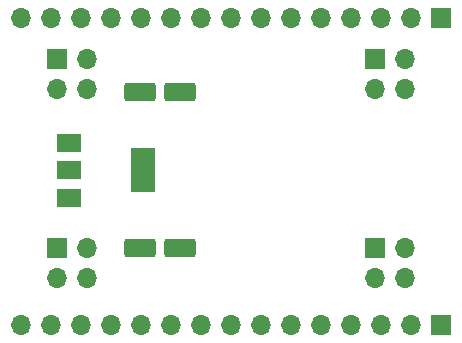
<source format=gbs>
%TF.GenerationSoftware,KiCad,Pcbnew,7.0.2-6a45011f42~172~ubuntu22.04.1*%
%TF.CreationDate,2023-05-29T16:58:53-07:00*%
%TF.ProjectId,comm_v0p5,636f6d6d-5f76-4307-9035-2e6b69636164,rev?*%
%TF.SameCoordinates,Original*%
%TF.FileFunction,Soldermask,Bot*%
%TF.FilePolarity,Negative*%
%FSLAX46Y46*%
G04 Gerber Fmt 4.6, Leading zero omitted, Abs format (unit mm)*
G04 Created by KiCad (PCBNEW 7.0.2-6a45011f42~172~ubuntu22.04.1) date 2023-05-29 16:58:53*
%MOMM*%
%LPD*%
G01*
G04 APERTURE LIST*
G04 Aperture macros list*
%AMRoundRect*
0 Rectangle with rounded corners*
0 $1 Rounding radius*
0 $2 $3 $4 $5 $6 $7 $8 $9 X,Y pos of 4 corners*
0 Add a 4 corners polygon primitive as box body*
4,1,4,$2,$3,$4,$5,$6,$7,$8,$9,$2,$3,0*
0 Add four circle primitives for the rounded corners*
1,1,$1+$1,$2,$3*
1,1,$1+$1,$4,$5*
1,1,$1+$1,$6,$7*
1,1,$1+$1,$8,$9*
0 Add four rect primitives between the rounded corners*
20,1,$1+$1,$2,$3,$4,$5,0*
20,1,$1+$1,$4,$5,$6,$7,0*
20,1,$1+$1,$6,$7,$8,$9,0*
20,1,$1+$1,$8,$9,$2,$3,0*%
G04 Aperture macros list end*
%ADD10R,1.700000X1.700000*%
%ADD11O,1.700000X1.700000*%
%ADD12R,2.000000X1.500000*%
%ADD13R,2.000000X3.800000*%
%ADD14RoundRect,0.250000X-1.075000X-0.550000X1.075000X-0.550000X1.075000X0.550000X-1.075000X0.550000X0*%
G04 APERTURE END LIST*
D10*
%TO.C,J4*%
X55230000Y-62230000D03*
D11*
X57770000Y-62230000D03*
X55230000Y-64770000D03*
X57770000Y-64770000D03*
%TD*%
D10*
%TO.C,J6*%
X82230000Y-62230000D03*
D11*
X84770000Y-62230000D03*
X82230000Y-64770000D03*
X84770000Y-64770000D03*
%TD*%
D10*
%TO.C,J5*%
X55230000Y-78230000D03*
D11*
X57770000Y-78230000D03*
X55230000Y-80770000D03*
X57770000Y-80770000D03*
%TD*%
D10*
%TO.C,J7*%
X82230000Y-78230000D03*
D11*
X84770000Y-78230000D03*
X82230000Y-80770000D03*
X84770000Y-80770000D03*
%TD*%
D10*
%TO.C,J1*%
X87780000Y-84700000D03*
D11*
X85240000Y-84700000D03*
X82700000Y-84700000D03*
X80160000Y-84700000D03*
X77620000Y-84700000D03*
X75080000Y-84700000D03*
X72540000Y-84700000D03*
X70000000Y-84700000D03*
X67460000Y-84700000D03*
X64920000Y-84700000D03*
X62380000Y-84700000D03*
X59840000Y-84700000D03*
X57300000Y-84700000D03*
X54760000Y-84700000D03*
X52220000Y-84700000D03*
%TD*%
D10*
%TO.C,J2*%
X87780000Y-58750000D03*
D11*
X85240000Y-58750000D03*
X82700000Y-58750000D03*
X80160000Y-58750000D03*
X77620000Y-58750000D03*
X75080000Y-58750000D03*
X72540000Y-58750000D03*
X70000000Y-58750000D03*
X67460000Y-58750000D03*
X64920000Y-58750000D03*
X62380000Y-58750000D03*
X59840000Y-58750000D03*
X57300000Y-58750000D03*
X54760000Y-58750000D03*
X52220000Y-58750000D03*
%TD*%
D12*
%TO.C,U2*%
X56286000Y-73928000D03*
X56286000Y-71628000D03*
D13*
X62586000Y-71628000D03*
D12*
X56286000Y-69328000D03*
%TD*%
D14*
%TO.C,C3*%
X62333000Y-65024000D03*
X65683000Y-65024000D03*
%TD*%
%TO.C,C4*%
X62333000Y-78232000D03*
X65683000Y-78232000D03*
%TD*%
M02*

</source>
